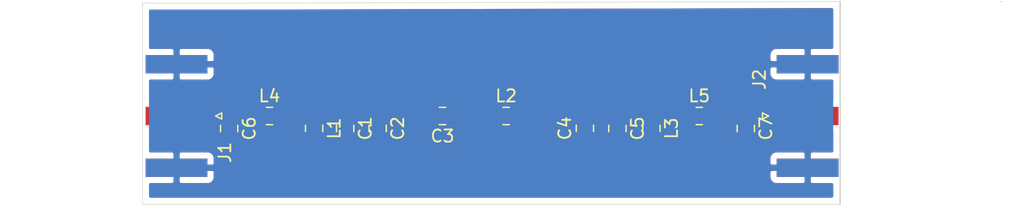
<source format=kicad_pcb>
(kicad_pcb (version 20171130) (host pcbnew "(6.0.0-rc1-dev-305-gf0b8b21)")

  (general
    (thickness 1.6)
    (drawings 7)
    (tracks 5)
    (zones 0)
    (modules 14)
    (nets 7)
  )

  (page A4)
  (layers
    (0 F.Cu signal)
    (31 B.Cu signal)
    (32 B.Adhes user)
    (33 F.Adhes user)
    (34 B.Paste user)
    (35 F.Paste user)
    (36 B.SilkS user)
    (37 F.SilkS user)
    (38 B.Mask user)
    (39 F.Mask user)
    (40 Dwgs.User user)
    (41 Cmts.User user)
    (42 Eco1.User user)
    (43 Eco2.User user)
    (44 Edge.Cuts user)
    (45 Margin user)
    (46 B.CrtYd user)
    (47 F.CrtYd user)
    (48 B.Fab user)
    (49 F.Fab user)
  )

  (setup
    (last_trace_width 0.25)
    (trace_clearance 0.2)
    (zone_clearance 0.508)
    (zone_45_only no)
    (trace_min 0.2)
    (via_size 0.8)
    (via_drill 0.4)
    (via_min_size 0.4)
    (via_min_drill 0.3)
    (uvia_size 0.3)
    (uvia_drill 0.1)
    (uvias_allowed no)
    (uvia_min_size 0.2)
    (uvia_min_drill 0.1)
    (edge_width 0.05)
    (segment_width 0.2)
    (pcb_text_width 0.3)
    (pcb_text_size 1.5 1.5)
    (mod_edge_width 0.12)
    (mod_text_size 1 1)
    (mod_text_width 0.15)
    (pad_size 1.524 1.524)
    (pad_drill 0.762)
    (pad_to_mask_clearance 0.2)
    (aux_axis_origin 0 0)
    (visible_elements FFFFFF7F)
    (pcbplotparams
      (layerselection 0x01000_7fffffff)
      (usegerberextensions false)
      (usegerberattributes false)
      (usegerberadvancedattributes false)
      (creategerberjobfile false)
      (excludeedgelayer true)
      (linewidth 0.100000)
      (plotframeref false)
      (viasonmask false)
      (mode 1)
      (useauxorigin false)
      (hpglpennumber 1)
      (hpglpenspeed 20)
      (hpglpendiameter 15.000000)
      (psnegative false)
      (psa4output false)
      (plotreference true)
      (plotvalue true)
      (plotinvisibletext false)
      (padsonsilk false)
      (subtractmaskfromsilk false)
      (outputformat 1)
      (mirror false)
      (drillshape 0)
      (scaleselection 1)
      (outputdirectory "../../../../../../../../../../../Volumes/USB30FD/Conner/29.4 MHz Bandpass Filter/"))
  )

  (net 0 "")
  (net 1 "Net-(C1-Pad1)")
  (net 2 GND)
  (net 3 "Net-(C3-Pad1)")
  (net 4 "Net-(C4-Pad2)")
  (net 5 "Net-(C6-Pad1)")
  (net 6 "Net-(C7-Pad1)")

  (net_class Default "This is the default net class."
    (clearance 0.2)
    (trace_width 0.25)
    (via_dia 0.8)
    (via_drill 0.4)
    (uvia_dia 0.3)
    (uvia_drill 0.1)
    (add_net GND)
    (add_net "Net-(C1-Pad1)")
    (add_net "Net-(C3-Pad1)")
    (add_net "Net-(C4-Pad2)")
    (add_net "Net-(C6-Pad1)")
    (add_net "Net-(C7-Pad1)")
  )

  (module Capacitor_SMD:C_0805_2012Metric_Pad1.15x1.40mm_HandSolder (layer F.Cu) (tedit 5B36C52B) (tstamp 5E213D1E)
    (at 118.237 57.277 270)
    (descr "Capacitor SMD 0805 (2012 Metric), square (rectangular) end terminal, IPC_7351 nominal with elongated pad for handsoldering. (Body size source: https://docs.google.com/spreadsheets/d/1BsfQQcO9C6DZCsRaXUlFlo91Tg2WpOkGARC1WS5S8t0/edit?usp=sharing), generated with kicad-footprint-generator")
    (tags "capacitor handsolder")
    (path /5E20E9D1)
    (attr smd)
    (fp_text reference C1 (at 0 -1.65 270) (layer F.SilkS)
      (effects (font (size 1 1) (thickness 0.15)))
    )
    (fp_text value 1.5nF (at 0 1.65 270) (layer F.Fab)
      (effects (font (size 1 1) (thickness 0.15)))
    )
    (fp_line (start -1 0.6) (end -1 -0.6) (layer F.Fab) (width 0.1))
    (fp_line (start -1 -0.6) (end 1 -0.6) (layer F.Fab) (width 0.1))
    (fp_line (start 1 -0.6) (end 1 0.6) (layer F.Fab) (width 0.1))
    (fp_line (start 1 0.6) (end -1 0.6) (layer F.Fab) (width 0.1))
    (fp_line (start -0.261252 -0.71) (end 0.261252 -0.71) (layer F.SilkS) (width 0.12))
    (fp_line (start -0.261252 0.71) (end 0.261252 0.71) (layer F.SilkS) (width 0.12))
    (fp_line (start -1.85 0.95) (end -1.85 -0.95) (layer F.CrtYd) (width 0.05))
    (fp_line (start -1.85 -0.95) (end 1.85 -0.95) (layer F.CrtYd) (width 0.05))
    (fp_line (start 1.85 -0.95) (end 1.85 0.95) (layer F.CrtYd) (width 0.05))
    (fp_line (start 1.85 0.95) (end -1.85 0.95) (layer F.CrtYd) (width 0.05))
    (fp_text user %R (at 0 0 270) (layer F.Fab)
      (effects (font (size 0.5 0.5) (thickness 0.08)))
    )
    (pad 1 smd roundrect (at -1.025 0 270) (size 1.15 1.4) (layers F.Cu F.Paste F.Mask) (roundrect_rratio 0.217391)
      (net 1 "Net-(C1-Pad1)"))
    (pad 2 smd roundrect (at 1.025 0 270) (size 1.15 1.4) (layers F.Cu F.Paste F.Mask) (roundrect_rratio 0.217391)
      (net 2 GND))
    (model ${KISYS3DMOD}/Capacitor_SMD.3dshapes/C_0805_2012Metric.wrl
      (at (xyz 0 0 0))
      (scale (xyz 1 1 1))
      (rotate (xyz 0 0 0))
    )
  )

  (module Capacitor_SMD:C_0805_2012Metric_Pad1.15x1.40mm_HandSolder (layer F.Cu) (tedit 5B36C52B) (tstamp 5E213D2F)
    (at 120.904 57.277 270)
    (descr "Capacitor SMD 0805 (2012 Metric), square (rectangular) end terminal, IPC_7351 nominal with elongated pad for handsoldering. (Body size source: https://docs.google.com/spreadsheets/d/1BsfQQcO9C6DZCsRaXUlFlo91Tg2WpOkGARC1WS5S8t0/edit?usp=sharing), generated with kicad-footprint-generator")
    (tags "capacitor handsolder")
    (path /5E20EA27)
    (attr smd)
    (fp_text reference C2 (at 0 -1.65 270) (layer F.SilkS)
      (effects (font (size 1 1) (thickness 0.15)))
    )
    (fp_text value 100pF (at 0 1.65 270) (layer F.Fab)
      (effects (font (size 1 1) (thickness 0.15)))
    )
    (fp_text user %R (at 0 0 270) (layer F.Fab)
      (effects (font (size 0.5 0.5) (thickness 0.08)))
    )
    (fp_line (start 1.85 0.95) (end -1.85 0.95) (layer F.CrtYd) (width 0.05))
    (fp_line (start 1.85 -0.95) (end 1.85 0.95) (layer F.CrtYd) (width 0.05))
    (fp_line (start -1.85 -0.95) (end 1.85 -0.95) (layer F.CrtYd) (width 0.05))
    (fp_line (start -1.85 0.95) (end -1.85 -0.95) (layer F.CrtYd) (width 0.05))
    (fp_line (start -0.261252 0.71) (end 0.261252 0.71) (layer F.SilkS) (width 0.12))
    (fp_line (start -0.261252 -0.71) (end 0.261252 -0.71) (layer F.SilkS) (width 0.12))
    (fp_line (start 1 0.6) (end -1 0.6) (layer F.Fab) (width 0.1))
    (fp_line (start 1 -0.6) (end 1 0.6) (layer F.Fab) (width 0.1))
    (fp_line (start -1 -0.6) (end 1 -0.6) (layer F.Fab) (width 0.1))
    (fp_line (start -1 0.6) (end -1 -0.6) (layer F.Fab) (width 0.1))
    (pad 2 smd roundrect (at 1.025 0 270) (size 1.15 1.4) (layers F.Cu F.Paste F.Mask) (roundrect_rratio 0.217391)
      (net 2 GND))
    (pad 1 smd roundrect (at -1.025 0 270) (size 1.15 1.4) (layers F.Cu F.Paste F.Mask) (roundrect_rratio 0.217391)
      (net 1 "Net-(C1-Pad1)"))
    (model ${KISYS3DMOD}/Capacitor_SMD.3dshapes/C_0805_2012Metric.wrl
      (at (xyz 0 0 0))
      (scale (xyz 1 1 1))
      (rotate (xyz 0 0 0))
    )
  )

  (module Capacitor_SMD:C_0805_2012Metric_Pad1.15x1.40mm_HandSolder (layer F.Cu) (tedit 5B36C52B) (tstamp 5E213D47)
    (at 137.922 57.268 90)
    (descr "Capacitor SMD 0805 (2012 Metric), square (rectangular) end terminal, IPC_7351 nominal with elongated pad for handsoldering. (Body size source: https://docs.google.com/spreadsheets/d/1BsfQQcO9C6DZCsRaXUlFlo91Tg2WpOkGARC1WS5S8t0/edit?usp=sharing), generated with kicad-footprint-generator")
    (tags "capacitor handsolder")
    (path /5E20EAA1)
    (attr smd)
    (fp_text reference C4 (at 0 -1.65 90) (layer F.SilkS)
      (effects (font (size 1 1) (thickness 0.15)))
    )
    (fp_text value 1.5nF (at 0 1.65 90) (layer F.Fab)
      (effects (font (size 1 1) (thickness 0.15)))
    )
    (fp_line (start -1 0.6) (end -1 -0.6) (layer F.Fab) (width 0.1))
    (fp_line (start -1 -0.6) (end 1 -0.6) (layer F.Fab) (width 0.1))
    (fp_line (start 1 -0.6) (end 1 0.6) (layer F.Fab) (width 0.1))
    (fp_line (start 1 0.6) (end -1 0.6) (layer F.Fab) (width 0.1))
    (fp_line (start -0.261252 -0.71) (end 0.261252 -0.71) (layer F.SilkS) (width 0.12))
    (fp_line (start -0.261252 0.71) (end 0.261252 0.71) (layer F.SilkS) (width 0.12))
    (fp_line (start -1.85 0.95) (end -1.85 -0.95) (layer F.CrtYd) (width 0.05))
    (fp_line (start -1.85 -0.95) (end 1.85 -0.95) (layer F.CrtYd) (width 0.05))
    (fp_line (start 1.85 -0.95) (end 1.85 0.95) (layer F.CrtYd) (width 0.05))
    (fp_line (start 1.85 0.95) (end -1.85 0.95) (layer F.CrtYd) (width 0.05))
    (fp_text user %R (at 0 0 90) (layer F.Fab)
      (effects (font (size 0.5 0.5) (thickness 0.08)))
    )
    (pad 1 smd roundrect (at -1.025 0 90) (size 1.15 1.4) (layers F.Cu F.Paste F.Mask) (roundrect_rratio 0.217391)
      (net 2 GND))
    (pad 2 smd roundrect (at 1.025 0 90) (size 1.15 1.4) (layers F.Cu F.Paste F.Mask) (roundrect_rratio 0.217391)
      (net 4 "Net-(C4-Pad2)"))
    (model ${KISYS3DMOD}/Capacitor_SMD.3dshapes/C_0805_2012Metric.wrl
      (at (xyz 0 0 0))
      (scale (xyz 1 1 1))
      (rotate (xyz 0 0 0))
    )
  )

  (module Capacitor_SMD:C_0805_2012Metric_Pad1.15x1.40mm_HandSolder (layer F.Cu) (tedit 5B36C52B) (tstamp 5E213D58)
    (at 140.589 57.286 270)
    (descr "Capacitor SMD 0805 (2012 Metric), square (rectangular) end terminal, IPC_7351 nominal with elongated pad for handsoldering. (Body size source: https://docs.google.com/spreadsheets/d/1BsfQQcO9C6DZCsRaXUlFlo91Tg2WpOkGARC1WS5S8t0/edit?usp=sharing), generated with kicad-footprint-generator")
    (tags "capacitor handsolder")
    (path /5E20EB03)
    (attr smd)
    (fp_text reference C5 (at 0 -1.65 270) (layer F.SilkS)
      (effects (font (size 1 1) (thickness 0.15)))
    )
    (fp_text value 100pF (at 0 1.65 270) (layer F.Fab)
      (effects (font (size 1 1) (thickness 0.15)))
    )
    (fp_text user %R (at 0 0 270) (layer F.Fab)
      (effects (font (size 0.5 0.5) (thickness 0.08)))
    )
    (fp_line (start 1.85 0.95) (end -1.85 0.95) (layer F.CrtYd) (width 0.05))
    (fp_line (start 1.85 -0.95) (end 1.85 0.95) (layer F.CrtYd) (width 0.05))
    (fp_line (start -1.85 -0.95) (end 1.85 -0.95) (layer F.CrtYd) (width 0.05))
    (fp_line (start -1.85 0.95) (end -1.85 -0.95) (layer F.CrtYd) (width 0.05))
    (fp_line (start -0.261252 0.71) (end 0.261252 0.71) (layer F.SilkS) (width 0.12))
    (fp_line (start -0.261252 -0.71) (end 0.261252 -0.71) (layer F.SilkS) (width 0.12))
    (fp_line (start 1 0.6) (end -1 0.6) (layer F.Fab) (width 0.1))
    (fp_line (start 1 -0.6) (end 1 0.6) (layer F.Fab) (width 0.1))
    (fp_line (start -1 -0.6) (end 1 -0.6) (layer F.Fab) (width 0.1))
    (fp_line (start -1 0.6) (end -1 -0.6) (layer F.Fab) (width 0.1))
    (pad 2 smd roundrect (at 1.025 0 270) (size 1.15 1.4) (layers F.Cu F.Paste F.Mask) (roundrect_rratio 0.217391)
      (net 2 GND))
    (pad 1 smd roundrect (at -1.025 0 270) (size 1.15 1.4) (layers F.Cu F.Paste F.Mask) (roundrect_rratio 0.217391)
      (net 4 "Net-(C4-Pad2)"))
    (model ${KISYS3DMOD}/Capacitor_SMD.3dshapes/C_0805_2012Metric.wrl
      (at (xyz 0 0 0))
      (scale (xyz 1 1 1))
      (rotate (xyz 0 0 0))
    )
  )

  (module Connector_Coaxial:SMA_Amphenol_132289_EdgeMount (layer F.Cu) (tedit 5A1C1810) (tstamp 5E213D7B)
    (at 104.394 56.261 180)
    (descr http://www.amphenolrf.com/132289.html)
    (tags SMA)
    (path /5E20EEEE)
    (attr smd)
    (fp_text reference J1 (at -3.96 -3 270) (layer F.SilkS)
      (effects (font (size 1 1) (thickness 0.15)))
    )
    (fp_text value Conn_Coaxial (at 5 6 180) (layer F.Fab)
      (effects (font (size 1 1) (thickness 0.15)))
    )
    (fp_line (start -1.91 5.08) (end 4.445 5.08) (layer F.Fab) (width 0.1))
    (fp_line (start -1.91 3.81) (end -1.91 5.08) (layer F.Fab) (width 0.1))
    (fp_line (start 2.54 3.81) (end -1.91 3.81) (layer F.Fab) (width 0.1))
    (fp_line (start 2.54 -3.81) (end 2.54 3.81) (layer F.Fab) (width 0.1))
    (fp_line (start -1.91 -3.81) (end 2.54 -3.81) (layer F.Fab) (width 0.1))
    (fp_line (start -1.91 -5.08) (end -1.91 -3.81) (layer F.Fab) (width 0.1))
    (fp_line (start -1.91 -5.08) (end 4.445 -5.08) (layer F.Fab) (width 0.1))
    (fp_line (start 4.445 -3.81) (end 4.445 -5.08) (layer F.Fab) (width 0.1))
    (fp_line (start 4.445 5.08) (end 4.445 3.81) (layer F.Fab) (width 0.1))
    (fp_line (start 13.97 3.81) (end 4.445 3.81) (layer F.Fab) (width 0.1))
    (fp_line (start 13.97 -3.81) (end 13.97 3.81) (layer F.Fab) (width 0.1))
    (fp_line (start 4.445 -3.81) (end 13.97 -3.81) (layer F.Fab) (width 0.1))
    (fp_line (start -3.04 5.58) (end -3.04 -5.58) (layer B.CrtYd) (width 0.05))
    (fp_line (start 14.47 5.58) (end -3.04 5.58) (layer B.CrtYd) (width 0.05))
    (fp_line (start 14.47 -5.58) (end 14.47 5.58) (layer B.CrtYd) (width 0.05))
    (fp_line (start 14.47 -5.58) (end -3.04 -5.58) (layer B.CrtYd) (width 0.05))
    (fp_line (start -3.04 5.58) (end -3.04 -5.58) (layer F.CrtYd) (width 0.05))
    (fp_line (start 14.47 5.58) (end -3.04 5.58) (layer F.CrtYd) (width 0.05))
    (fp_line (start 14.47 -5.58) (end 14.47 5.58) (layer F.CrtYd) (width 0.05))
    (fp_line (start 14.47 -5.58) (end -3.04 -5.58) (layer F.CrtYd) (width 0.05))
    (fp_text user %R (at 4.79 0 90) (layer F.Fab)
      (effects (font (size 1 1) (thickness 0.15)))
    )
    (fp_line (start 2.54 -0.75) (end 3.54 0) (layer F.Fab) (width 0.1))
    (fp_line (start 3.54 0) (end 2.54 0.75) (layer F.Fab) (width 0.1))
    (fp_line (start -3.21 0) (end -3.71 -0.25) (layer F.SilkS) (width 0.12))
    (fp_line (start -3.71 -0.25) (end -3.71 0.25) (layer F.SilkS) (width 0.12))
    (fp_line (start -3.71 0.25) (end -3.21 0) (layer F.SilkS) (width 0.12))
    (pad 1 smd rect (at 0 0 270) (size 1.5 5.08) (layers F.Cu F.Paste F.Mask)
      (net 5 "Net-(C6-Pad1)"))
    (pad 2 smd rect (at 0 -4.25 270) (size 1.5 5.08) (layers F.Cu F.Paste F.Mask)
      (net 2 GND))
    (pad 2 smd rect (at 0 4.25 270) (size 1.5 5.08) (layers F.Cu F.Paste F.Mask)
      (net 2 GND))
    (pad 2 smd rect (at 0 -4.25 270) (size 1.5 5.08) (layers B.Cu B.Paste B.Mask)
      (net 2 GND))
    (pad 2 smd rect (at 0 4.25 270) (size 1.5 5.08) (layers B.Cu B.Paste B.Mask)
      (net 2 GND))
    (model ${KISYS3DMOD}/Connector_Coaxial.3dshapes/SMA_Amphenol_132289_EdgeMount.wrl
      (at (xyz 0 0 0))
      (scale (xyz 1 1 1))
      (rotate (xyz 0 0 0))
    )
  )

  (module Connector_Coaxial:SMA_Amphenol_132289_EdgeMount (layer F.Cu) (tedit 5A1C1810) (tstamp 5E213D9E)
    (at 156.21 56.261)
    (descr http://www.amphenolrf.com/132289.html)
    (tags SMA)
    (path /5E20EE18)
    (attr smd)
    (fp_text reference J2 (at -3.96 -3 90) (layer F.SilkS)
      (effects (font (size 1 1) (thickness 0.15)))
    )
    (fp_text value Conn_Coaxial (at 5 6) (layer F.Fab)
      (effects (font (size 1 1) (thickness 0.15)))
    )
    (fp_line (start -3.71 0.25) (end -3.21 0) (layer F.SilkS) (width 0.12))
    (fp_line (start -3.71 -0.25) (end -3.71 0.25) (layer F.SilkS) (width 0.12))
    (fp_line (start -3.21 0) (end -3.71 -0.25) (layer F.SilkS) (width 0.12))
    (fp_line (start 3.54 0) (end 2.54 0.75) (layer F.Fab) (width 0.1))
    (fp_line (start 2.54 -0.75) (end 3.54 0) (layer F.Fab) (width 0.1))
    (fp_text user %R (at 4.79 0 270) (layer F.Fab)
      (effects (font (size 1 1) (thickness 0.15)))
    )
    (fp_line (start 14.47 -5.58) (end -3.04 -5.58) (layer F.CrtYd) (width 0.05))
    (fp_line (start 14.47 -5.58) (end 14.47 5.58) (layer F.CrtYd) (width 0.05))
    (fp_line (start 14.47 5.58) (end -3.04 5.58) (layer F.CrtYd) (width 0.05))
    (fp_line (start -3.04 5.58) (end -3.04 -5.58) (layer F.CrtYd) (width 0.05))
    (fp_line (start 14.47 -5.58) (end -3.04 -5.58) (layer B.CrtYd) (width 0.05))
    (fp_line (start 14.47 -5.58) (end 14.47 5.58) (layer B.CrtYd) (width 0.05))
    (fp_line (start 14.47 5.58) (end -3.04 5.58) (layer B.CrtYd) (width 0.05))
    (fp_line (start -3.04 5.58) (end -3.04 -5.58) (layer B.CrtYd) (width 0.05))
    (fp_line (start 4.445 -3.81) (end 13.97 -3.81) (layer F.Fab) (width 0.1))
    (fp_line (start 13.97 -3.81) (end 13.97 3.81) (layer F.Fab) (width 0.1))
    (fp_line (start 13.97 3.81) (end 4.445 3.81) (layer F.Fab) (width 0.1))
    (fp_line (start 4.445 5.08) (end 4.445 3.81) (layer F.Fab) (width 0.1))
    (fp_line (start 4.445 -3.81) (end 4.445 -5.08) (layer F.Fab) (width 0.1))
    (fp_line (start -1.91 -5.08) (end 4.445 -5.08) (layer F.Fab) (width 0.1))
    (fp_line (start -1.91 -5.08) (end -1.91 -3.81) (layer F.Fab) (width 0.1))
    (fp_line (start -1.91 -3.81) (end 2.54 -3.81) (layer F.Fab) (width 0.1))
    (fp_line (start 2.54 -3.81) (end 2.54 3.81) (layer F.Fab) (width 0.1))
    (fp_line (start 2.54 3.81) (end -1.91 3.81) (layer F.Fab) (width 0.1))
    (fp_line (start -1.91 3.81) (end -1.91 5.08) (layer F.Fab) (width 0.1))
    (fp_line (start -1.91 5.08) (end 4.445 5.08) (layer F.Fab) (width 0.1))
    (pad 2 smd rect (at 0 4.25 90) (size 1.5 5.08) (layers B.Cu B.Paste B.Mask)
      (net 2 GND))
    (pad 2 smd rect (at 0 -4.25 90) (size 1.5 5.08) (layers B.Cu B.Paste B.Mask)
      (net 2 GND))
    (pad 2 smd rect (at 0 4.25 90) (size 1.5 5.08) (layers F.Cu F.Paste F.Mask)
      (net 2 GND))
    (pad 2 smd rect (at 0 -4.25 90) (size 1.5 5.08) (layers F.Cu F.Paste F.Mask)
      (net 2 GND))
    (pad 1 smd rect (at 0 0 90) (size 1.5 5.08) (layers F.Cu F.Paste F.Mask)
      (net 6 "Net-(C7-Pad1)"))
    (model ${KISYS3DMOD}/Connector_Coaxial.3dshapes/SMA_Amphenol_132289_EdgeMount.wrl
      (at (xyz 0 0 0))
      (scale (xyz 1 1 1))
      (rotate (xyz 0 0 0))
    )
  )

  (module Inductor_SMD:L_0805_2012Metric_Pad1.15x1.40mm_HandSolder (layer F.Cu) (tedit 5B36C52B) (tstamp 5E213DAF)
    (at 115.688 57.277 270)
    (descr "Capacitor SMD 0805 (2012 Metric), square (rectangular) end terminal, IPC_7351 nominal with elongated pad for handsoldering. (Body size source: https://docs.google.com/spreadsheets/d/1BsfQQcO9C6DZCsRaXUlFlo91Tg2WpOkGARC1WS5S8t0/edit?usp=sharing), generated with kicad-footprint-generator")
    (tags "inductor handsolder")
    (path /5E20ECDB)
    (attr smd)
    (fp_text reference L1 (at 0 -1.65 270) (layer F.SilkS)
      (effects (font (size 1 1) (thickness 0.15)))
    )
    (fp_text value 18nH (at 0 1.65 270) (layer F.Fab)
      (effects (font (size 1 1) (thickness 0.15)))
    )
    (fp_text user %R (at 0 0 270) (layer F.Fab)
      (effects (font (size 0.5 0.5) (thickness 0.08)))
    )
    (fp_line (start 1.85 0.95) (end -1.85 0.95) (layer F.CrtYd) (width 0.05))
    (fp_line (start 1.85 -0.95) (end 1.85 0.95) (layer F.CrtYd) (width 0.05))
    (fp_line (start -1.85 -0.95) (end 1.85 -0.95) (layer F.CrtYd) (width 0.05))
    (fp_line (start -1.85 0.95) (end -1.85 -0.95) (layer F.CrtYd) (width 0.05))
    (fp_line (start -0.261252 0.71) (end 0.261252 0.71) (layer F.SilkS) (width 0.12))
    (fp_line (start -0.261252 -0.71) (end 0.261252 -0.71) (layer F.SilkS) (width 0.12))
    (fp_line (start 1 0.6) (end -1 0.6) (layer F.Fab) (width 0.1))
    (fp_line (start 1 -0.6) (end 1 0.6) (layer F.Fab) (width 0.1))
    (fp_line (start -1 -0.6) (end 1 -0.6) (layer F.Fab) (width 0.1))
    (fp_line (start -1 0.6) (end -1 -0.6) (layer F.Fab) (width 0.1))
    (pad 2 smd roundrect (at 1.025 0 270) (size 1.15 1.4) (layers F.Cu F.Paste F.Mask) (roundrect_rratio 0.217391)
      (net 2 GND))
    (pad 1 smd roundrect (at -1.025 0 270) (size 1.15 1.4) (layers F.Cu F.Paste F.Mask) (roundrect_rratio 0.217391)
      (net 1 "Net-(C1-Pad1)"))
    (model ${KISYS3DMOD}/Inductor_SMD.3dshapes/L_0805_2012Metric.wrl
      (at (xyz 0 0 0))
      (scale (xyz 1 1 1))
      (rotate (xyz 0 0 0))
    )
  )

  (module Inductor_SMD:L_0805_2012Metric_Pad1.15x1.40mm_HandSolder (layer F.Cu) (tedit 5B36C52B) (tstamp 5E213DC0)
    (at 131.454 56.261)
    (descr "Capacitor SMD 0805 (2012 Metric), square (rectangular) end terminal, IPC_7351 nominal with elongated pad for handsoldering. (Body size source: https://docs.google.com/spreadsheets/d/1BsfQQcO9C6DZCsRaXUlFlo91Tg2WpOkGARC1WS5S8t0/edit?usp=sharing), generated with kicad-footprint-generator")
    (tags "inductor handsolder")
    (path /5E20EBD9)
    (attr smd)
    (fp_text reference L2 (at 0 -1.65) (layer F.SilkS)
      (effects (font (size 1 1) (thickness 0.15)))
    )
    (fp_text value 4.7uH (at 0 1.65) (layer F.Fab)
      (effects (font (size 1 1) (thickness 0.15)))
    )
    (fp_line (start -1 0.6) (end -1 -0.6) (layer F.Fab) (width 0.1))
    (fp_line (start -1 -0.6) (end 1 -0.6) (layer F.Fab) (width 0.1))
    (fp_line (start 1 -0.6) (end 1 0.6) (layer F.Fab) (width 0.1))
    (fp_line (start 1 0.6) (end -1 0.6) (layer F.Fab) (width 0.1))
    (fp_line (start -0.261252 -0.71) (end 0.261252 -0.71) (layer F.SilkS) (width 0.12))
    (fp_line (start -0.261252 0.71) (end 0.261252 0.71) (layer F.SilkS) (width 0.12))
    (fp_line (start -1.85 0.95) (end -1.85 -0.95) (layer F.CrtYd) (width 0.05))
    (fp_line (start -1.85 -0.95) (end 1.85 -0.95) (layer F.CrtYd) (width 0.05))
    (fp_line (start 1.85 -0.95) (end 1.85 0.95) (layer F.CrtYd) (width 0.05))
    (fp_line (start 1.85 0.95) (end -1.85 0.95) (layer F.CrtYd) (width 0.05))
    (fp_text user %R (at 0 0) (layer F.Fab)
      (effects (font (size 0.5 0.5) (thickness 0.08)))
    )
    (pad 1 smd roundrect (at -1.025 0) (size 1.15 1.4) (layers F.Cu F.Paste F.Mask) (roundrect_rratio 0.217391)
      (net 3 "Net-(C3-Pad1)"))
    (pad 2 smd roundrect (at 1.025 0) (size 1.15 1.4) (layers F.Cu F.Paste F.Mask) (roundrect_rratio 0.217391)
      (net 4 "Net-(C4-Pad2)"))
    (model ${KISYS3DMOD}/Inductor_SMD.3dshapes/L_0805_2012Metric.wrl
      (at (xyz 0 0 0))
      (scale (xyz 1 1 1))
      (rotate (xyz 0 0 0))
    )
  )

  (module Inductor_SMD:L_0805_2012Metric_Pad1.15x1.40mm_HandSolder (layer F.Cu) (tedit 5B36C52B) (tstamp 5E213DD1)
    (at 143.383 57.277 270)
    (descr "Capacitor SMD 0805 (2012 Metric), square (rectangular) end terminal, IPC_7351 nominal with elongated pad for handsoldering. (Body size source: https://docs.google.com/spreadsheets/d/1BsfQQcO9C6DZCsRaXUlFlo91Tg2WpOkGARC1WS5S8t0/edit?usp=sharing), generated with kicad-footprint-generator")
    (tags "inductor handsolder")
    (path /5E20ED24)
    (attr smd)
    (fp_text reference L3 (at 0 -1.65 270) (layer F.SilkS)
      (effects (font (size 1 1) (thickness 0.15)))
    )
    (fp_text value 18nH (at 0 1.65 270) (layer F.Fab)
      (effects (font (size 1 1) (thickness 0.15)))
    )
    (fp_line (start -1 0.6) (end -1 -0.6) (layer F.Fab) (width 0.1))
    (fp_line (start -1 -0.6) (end 1 -0.6) (layer F.Fab) (width 0.1))
    (fp_line (start 1 -0.6) (end 1 0.6) (layer F.Fab) (width 0.1))
    (fp_line (start 1 0.6) (end -1 0.6) (layer F.Fab) (width 0.1))
    (fp_line (start -0.261252 -0.71) (end 0.261252 -0.71) (layer F.SilkS) (width 0.12))
    (fp_line (start -0.261252 0.71) (end 0.261252 0.71) (layer F.SilkS) (width 0.12))
    (fp_line (start -1.85 0.95) (end -1.85 -0.95) (layer F.CrtYd) (width 0.05))
    (fp_line (start -1.85 -0.95) (end 1.85 -0.95) (layer F.CrtYd) (width 0.05))
    (fp_line (start 1.85 -0.95) (end 1.85 0.95) (layer F.CrtYd) (width 0.05))
    (fp_line (start 1.85 0.95) (end -1.85 0.95) (layer F.CrtYd) (width 0.05))
    (fp_text user %R (at 0 0 270) (layer F.Fab)
      (effects (font (size 0.5 0.5) (thickness 0.08)))
    )
    (pad 1 smd roundrect (at -1.025 0 270) (size 1.15 1.4) (layers F.Cu F.Paste F.Mask) (roundrect_rratio 0.217391)
      (net 4 "Net-(C4-Pad2)"))
    (pad 2 smd roundrect (at 1.025 0 270) (size 1.15 1.4) (layers F.Cu F.Paste F.Mask) (roundrect_rratio 0.217391)
      (net 2 GND))
    (model ${KISYS3DMOD}/Inductor_SMD.3dshapes/L_0805_2012Metric.wrl
      (at (xyz 0 0 0))
      (scale (xyz 1 1 1))
      (rotate (xyz 0 0 0))
    )
  )

  (module Capacitor_SMD:C_0805_2012Metric_Pad1.15x1.40mm_HandSolder (layer F.Cu) (tedit 5B36C52B) (tstamp 5E256502)
    (at 108.712 57.286 270)
    (descr "Capacitor SMD 0805 (2012 Metric), square (rectangular) end terminal, IPC_7351 nominal with elongated pad for handsoldering. (Body size source: https://docs.google.com/spreadsheets/d/1BsfQQcO9C6DZCsRaXUlFlo91Tg2WpOkGARC1WS5S8t0/edit?usp=sharing), generated with kicad-footprint-generator")
    (tags "capacitor handsolder")
    (path /5E2524AD)
    (attr smd)
    (fp_text reference C6 (at 0 -1.65 270) (layer F.SilkS)
      (effects (font (size 1 1) (thickness 0.15)))
    )
    (fp_text value 150pF (at 0 1.65 270) (layer F.Fab)
      (effects (font (size 1 1) (thickness 0.15)))
    )
    (fp_line (start -1 0.6) (end -1 -0.6) (layer F.Fab) (width 0.1))
    (fp_line (start -1 -0.6) (end 1 -0.6) (layer F.Fab) (width 0.1))
    (fp_line (start 1 -0.6) (end 1 0.6) (layer F.Fab) (width 0.1))
    (fp_line (start 1 0.6) (end -1 0.6) (layer F.Fab) (width 0.1))
    (fp_line (start -0.261252 -0.71) (end 0.261252 -0.71) (layer F.SilkS) (width 0.12))
    (fp_line (start -0.261252 0.71) (end 0.261252 0.71) (layer F.SilkS) (width 0.12))
    (fp_line (start -1.85 0.95) (end -1.85 -0.95) (layer F.CrtYd) (width 0.05))
    (fp_line (start -1.85 -0.95) (end 1.85 -0.95) (layer F.CrtYd) (width 0.05))
    (fp_line (start 1.85 -0.95) (end 1.85 0.95) (layer F.CrtYd) (width 0.05))
    (fp_line (start 1.85 0.95) (end -1.85 0.95) (layer F.CrtYd) (width 0.05))
    (fp_text user %R (at 0 0 270) (layer F.Fab)
      (effects (font (size 0.5 0.5) (thickness 0.08)))
    )
    (pad 1 smd roundrect (at -1.025 0 270) (size 1.15 1.4) (layers F.Cu F.Paste F.Mask) (roundrect_rratio 0.217391)
      (net 5 "Net-(C6-Pad1)"))
    (pad 2 smd roundrect (at 1.025 0 270) (size 1.15 1.4) (layers F.Cu F.Paste F.Mask) (roundrect_rratio 0.217391)
      (net 2 GND))
    (model ${KISYS3DMOD}/Capacitor_SMD.3dshapes/C_0805_2012Metric.wrl
      (at (xyz 0 0 0))
      (scale (xyz 1 1 1))
      (rotate (xyz 0 0 0))
    )
  )

  (module Capacitor_SMD:C_0805_2012Metric_Pad1.15x1.40mm_HandSolder (layer F.Cu) (tedit 5B36C52B) (tstamp 5E256513)
    (at 151.13 57.286 270)
    (descr "Capacitor SMD 0805 (2012 Metric), square (rectangular) end terminal, IPC_7351 nominal with elongated pad for handsoldering. (Body size source: https://docs.google.com/spreadsheets/d/1BsfQQcO9C6DZCsRaXUlFlo91Tg2WpOkGARC1WS5S8t0/edit?usp=sharing), generated with kicad-footprint-generator")
    (tags "capacitor handsolder")
    (path /5E252F38)
    (attr smd)
    (fp_text reference C7 (at 0 -1.65 270) (layer F.SilkS)
      (effects (font (size 1 1) (thickness 0.15)))
    )
    (fp_text value 150pF (at 0 1.65 270) (layer F.Fab)
      (effects (font (size 1 1) (thickness 0.15)))
    )
    (fp_text user %R (at 0 0 270) (layer F.Fab)
      (effects (font (size 0.5 0.5) (thickness 0.08)))
    )
    (fp_line (start 1.85 0.95) (end -1.85 0.95) (layer F.CrtYd) (width 0.05))
    (fp_line (start 1.85 -0.95) (end 1.85 0.95) (layer F.CrtYd) (width 0.05))
    (fp_line (start -1.85 -0.95) (end 1.85 -0.95) (layer F.CrtYd) (width 0.05))
    (fp_line (start -1.85 0.95) (end -1.85 -0.95) (layer F.CrtYd) (width 0.05))
    (fp_line (start -0.261252 0.71) (end 0.261252 0.71) (layer F.SilkS) (width 0.12))
    (fp_line (start -0.261252 -0.71) (end 0.261252 -0.71) (layer F.SilkS) (width 0.12))
    (fp_line (start 1 0.6) (end -1 0.6) (layer F.Fab) (width 0.1))
    (fp_line (start 1 -0.6) (end 1 0.6) (layer F.Fab) (width 0.1))
    (fp_line (start -1 -0.6) (end 1 -0.6) (layer F.Fab) (width 0.1))
    (fp_line (start -1 0.6) (end -1 -0.6) (layer F.Fab) (width 0.1))
    (pad 2 smd roundrect (at 1.025 0 270) (size 1.15 1.4) (layers F.Cu F.Paste F.Mask) (roundrect_rratio 0.217391)
      (net 2 GND))
    (pad 1 smd roundrect (at -1.025 0 270) (size 1.15 1.4) (layers F.Cu F.Paste F.Mask) (roundrect_rratio 0.217391)
      (net 6 "Net-(C7-Pad1)"))
    (model ${KISYS3DMOD}/Capacitor_SMD.3dshapes/C_0805_2012Metric.wrl
      (at (xyz 0 0 0))
      (scale (xyz 1 1 1))
      (rotate (xyz 0 0 0))
    )
  )

  (module Inductor_SMD:L_0805_2012Metric_Pad1.15x1.40mm_HandSolder (layer F.Cu) (tedit 5B36C52B) (tstamp 5E256524)
    (at 112.023 56.261)
    (descr "Capacitor SMD 0805 (2012 Metric), square (rectangular) end terminal, IPC_7351 nominal with elongated pad for handsoldering. (Body size source: https://docs.google.com/spreadsheets/d/1BsfQQcO9C6DZCsRaXUlFlo91Tg2WpOkGARC1WS5S8t0/edit?usp=sharing), generated with kicad-footprint-generator")
    (tags "inductor handsolder")
    (path /5E25252C)
    (attr smd)
    (fp_text reference L4 (at 0 -1.65) (layer F.SilkS)
      (effects (font (size 1 1) (thickness 0.15)))
    )
    (fp_text value 82nF (at 0 1.65) (layer F.Fab)
      (effects (font (size 1 1) (thickness 0.15)))
    )
    (fp_line (start -1 0.6) (end -1 -0.6) (layer F.Fab) (width 0.1))
    (fp_line (start -1 -0.6) (end 1 -0.6) (layer F.Fab) (width 0.1))
    (fp_line (start 1 -0.6) (end 1 0.6) (layer F.Fab) (width 0.1))
    (fp_line (start 1 0.6) (end -1 0.6) (layer F.Fab) (width 0.1))
    (fp_line (start -0.261252 -0.71) (end 0.261252 -0.71) (layer F.SilkS) (width 0.12))
    (fp_line (start -0.261252 0.71) (end 0.261252 0.71) (layer F.SilkS) (width 0.12))
    (fp_line (start -1.85 0.95) (end -1.85 -0.95) (layer F.CrtYd) (width 0.05))
    (fp_line (start -1.85 -0.95) (end 1.85 -0.95) (layer F.CrtYd) (width 0.05))
    (fp_line (start 1.85 -0.95) (end 1.85 0.95) (layer F.CrtYd) (width 0.05))
    (fp_line (start 1.85 0.95) (end -1.85 0.95) (layer F.CrtYd) (width 0.05))
    (fp_text user %R (at 0 0) (layer F.Fab)
      (effects (font (size 0.5 0.5) (thickness 0.08)))
    )
    (pad 1 smd roundrect (at -1.025 0) (size 1.15 1.4) (layers F.Cu F.Paste F.Mask) (roundrect_rratio 0.217391)
      (net 5 "Net-(C6-Pad1)"))
    (pad 2 smd roundrect (at 1.025 0) (size 1.15 1.4) (layers F.Cu F.Paste F.Mask) (roundrect_rratio 0.217391)
      (net 1 "Net-(C1-Pad1)"))
    (model ${KISYS3DMOD}/Inductor_SMD.3dshapes/L_0805_2012Metric.wrl
      (at (xyz 0 0 0))
      (scale (xyz 1 1 1))
      (rotate (xyz 0 0 0))
    )
  )

  (module Inductor_SMD:L_0805_2012Metric_Pad1.15x1.40mm_HandSolder (layer F.Cu) (tedit 5B36C52B) (tstamp 5E256535)
    (at 147.311 56.261)
    (descr "Capacitor SMD 0805 (2012 Metric), square (rectangular) end terminal, IPC_7351 nominal with elongated pad for handsoldering. (Body size source: https://docs.google.com/spreadsheets/d/1BsfQQcO9C6DZCsRaXUlFlo91Tg2WpOkGARC1WS5S8t0/edit?usp=sharing), generated with kicad-footprint-generator")
    (tags "inductor handsolder")
    (path /5E2532BB)
    (attr smd)
    (fp_text reference L5 (at 0 -1.65) (layer F.SilkS)
      (effects (font (size 1 1) (thickness 0.15)))
    )
    (fp_text value 82nF (at 0 1.65) (layer F.Fab)
      (effects (font (size 1 1) (thickness 0.15)))
    )
    (fp_text user %R (at 0 0) (layer F.Fab)
      (effects (font (size 0.5 0.5) (thickness 0.08)))
    )
    (fp_line (start 1.85 0.95) (end -1.85 0.95) (layer F.CrtYd) (width 0.05))
    (fp_line (start 1.85 -0.95) (end 1.85 0.95) (layer F.CrtYd) (width 0.05))
    (fp_line (start -1.85 -0.95) (end 1.85 -0.95) (layer F.CrtYd) (width 0.05))
    (fp_line (start -1.85 0.95) (end -1.85 -0.95) (layer F.CrtYd) (width 0.05))
    (fp_line (start -0.261252 0.71) (end 0.261252 0.71) (layer F.SilkS) (width 0.12))
    (fp_line (start -0.261252 -0.71) (end 0.261252 -0.71) (layer F.SilkS) (width 0.12))
    (fp_line (start 1 0.6) (end -1 0.6) (layer F.Fab) (width 0.1))
    (fp_line (start 1 -0.6) (end 1 0.6) (layer F.Fab) (width 0.1))
    (fp_line (start -1 -0.6) (end 1 -0.6) (layer F.Fab) (width 0.1))
    (fp_line (start -1 0.6) (end -1 -0.6) (layer F.Fab) (width 0.1))
    (pad 2 smd roundrect (at 1.025 0) (size 1.15 1.4) (layers F.Cu F.Paste F.Mask) (roundrect_rratio 0.217391)
      (net 6 "Net-(C7-Pad1)"))
    (pad 1 smd roundrect (at -1.025 0) (size 1.15 1.4) (layers F.Cu F.Paste F.Mask) (roundrect_rratio 0.217391)
      (net 4 "Net-(C4-Pad2)"))
    (model ${KISYS3DMOD}/Inductor_SMD.3dshapes/L_0805_2012Metric.wrl
      (at (xyz 0 0 0))
      (scale (xyz 1 1 1))
      (rotate (xyz 0 0 0))
    )
  )

  (module Capacitor_SMD:C_0805_2012Metric_Pad1.15x1.40mm_HandSolder (layer F.Cu) (tedit 5B36C52B) (tstamp 5E261319)
    (at 126.229 56.261 180)
    (descr "Capacitor SMD 0805 (2012 Metric), square (rectangular) end terminal, IPC_7351 nominal with elongated pad for handsoldering. (Body size source: https://docs.google.com/spreadsheets/d/1BsfQQcO9C6DZCsRaXUlFlo91Tg2WpOkGARC1WS5S8t0/edit?usp=sharing), generated with kicad-footprint-generator")
    (tags "capacitor handsolder")
    (path /5E20EC5D)
    (attr smd)
    (fp_text reference C3 (at 0 -1.65 180) (layer F.SilkS)
      (effects (font (size 1 1) (thickness 0.15)))
    )
    (fp_text value C_Variable (at 0 1.65 180) (layer F.Fab)
      (effects (font (size 1 1) (thickness 0.15)))
    )
    (fp_line (start -1 0.6) (end -1 -0.6) (layer F.Fab) (width 0.1))
    (fp_line (start -1 -0.6) (end 1 -0.6) (layer F.Fab) (width 0.1))
    (fp_line (start 1 -0.6) (end 1 0.6) (layer F.Fab) (width 0.1))
    (fp_line (start 1 0.6) (end -1 0.6) (layer F.Fab) (width 0.1))
    (fp_line (start -0.261252 -0.71) (end 0.261252 -0.71) (layer F.SilkS) (width 0.12))
    (fp_line (start -0.261252 0.71) (end 0.261252 0.71) (layer F.SilkS) (width 0.12))
    (fp_line (start -1.85 0.95) (end -1.85 -0.95) (layer F.CrtYd) (width 0.05))
    (fp_line (start -1.85 -0.95) (end 1.85 -0.95) (layer F.CrtYd) (width 0.05))
    (fp_line (start 1.85 -0.95) (end 1.85 0.95) (layer F.CrtYd) (width 0.05))
    (fp_line (start 1.85 0.95) (end -1.85 0.95) (layer F.CrtYd) (width 0.05))
    (fp_text user %R (at 0 0 180) (layer F.Fab)
      (effects (font (size 0.5 0.5) (thickness 0.08)))
    )
    (pad 1 smd roundrect (at -1.025 0 180) (size 1.15 1.4) (layers F.Cu F.Paste F.Mask) (roundrect_rratio 0.217391)
      (net 3 "Net-(C3-Pad1)"))
    (pad 2 smd roundrect (at 1.025 0 180) (size 1.15 1.4) (layers F.Cu F.Paste F.Mask) (roundrect_rratio 0.217391)
      (net 1 "Net-(C1-Pad1)"))
    (model ${KISYS3DMOD}/Capacitor_SMD.3dshapes/C_0805_2012Metric.wrl
      (at (xyz 0 0 0))
      (scale (xyz 1 1 1))
      (rotate (xyz 0 0 0))
    )
  )

  (gr_line (start 158.877 46.863) (end 158.877 63.5) (layer Edge.Cuts) (width 0.12))
  (gr_line (start 101.6 63.5) (end 110.236 63.5) (layer Edge.Cuts) (width 0.05))
  (gr_line (start 101.6 46.99) (end 101.6 63.5) (layer Edge.Cuts) (width 0.05))
  (gr_line (start 110.109 46.99) (end 101.6 46.99) (layer Edge.Cuts) (width 0.05))
  (gr_line (start 171.958 46.863) (end 172.212 46.863) (layer Edge.Cuts) (width 0.05))
  (gr_line (start 158.877 46.863) (end 110.109 46.99) (layer Edge.Cuts) (width 0.05))
  (gr_line (start 110.236 63.5) (end 158.877 63.5) (layer Edge.Cuts) (width 0.05))

  (segment (start 113.048 56.261) (end 125.204 56.261) (width 0.25) (layer F.Cu) (net 1))
  (segment (start 127.254 56.261) (end 130.429 56.261) (width 0.25) (layer F.Cu) (net 3))
  (segment (start 132.479 56.261) (end 146.286 56.261) (width 0.25) (layer F.Cu) (net 4))
  (segment (start 104.394 56.261) (end 110.998 56.261) (width 0.254) (layer F.Cu) (net 5))
  (segment (start 148.336 56.261) (end 156.21 56.261) (width 0.25) (layer F.Cu) (net 6))

  (zone (net 2) (net_name GND) (layer F.Cu) (tstamp 5E256CD6) (hatch edge 0.508)
    (connect_pads (clearance 0.508))
    (min_thickness 0.254)
    (fill yes (arc_segments 16) (thermal_gap 0.508) (thermal_bridge_width 0.508))
    (polygon
      (pts
        (xy 101.346 46.99) (xy 101.473 63.5) (xy 173.99 63.5) (xy 173.863 46.736)
      )
    )
    (filled_polygon
      (pts
        (xy 114.603414 57.211586) (xy 114.604597 57.212377) (xy 114.449673 57.367302) (xy 114.353 57.600691) (xy 114.353 58.01625)
        (xy 114.51175 58.175) (xy 115.561 58.175) (xy 115.561 58.155) (xy 115.815 58.155) (xy 115.815 58.175)
        (xy 116.86425 58.175) (xy 116.9625 58.07675) (xy 117.06075 58.175) (xy 118.11 58.175) (xy 118.11 58.155)
        (xy 118.364 58.155) (xy 118.364 58.175) (xy 119.41325 58.175) (xy 119.5705 58.01775) (xy 119.72775 58.175)
        (xy 120.777 58.175) (xy 120.777 58.155) (xy 121.031 58.155) (xy 121.031 58.175) (xy 122.08025 58.175)
        (xy 122.239 58.01625) (xy 122.239 57.600691) (xy 122.142327 57.367302) (xy 121.987403 57.212377) (xy 121.988586 57.211586)
        (xy 122.115932 57.021) (xy 124.043222 57.021) (xy 124.049873 57.054436) (xy 124.244414 57.345586) (xy 124.535564 57.540127)
        (xy 124.878999 57.60844) (xy 125.529001 57.60844) (xy 125.872436 57.540127) (xy 126.163586 57.345586) (xy 126.229 57.247687)
        (xy 126.294414 57.345586) (xy 126.585564 57.540127) (xy 126.928999 57.60844) (xy 127.579001 57.60844) (xy 127.922436 57.540127)
        (xy 128.213586 57.345586) (xy 128.408127 57.054436) (xy 128.414778 57.021) (xy 129.268222 57.021) (xy 129.274873 57.054436)
        (xy 129.469414 57.345586) (xy 129.760564 57.540127) (xy 130.103999 57.60844) (xy 130.754001 57.60844) (xy 131.097436 57.540127)
        (xy 131.388586 57.345586) (xy 131.454 57.247687) (xy 131.519414 57.345586) (xy 131.810564 57.540127) (xy 132.153999 57.60844)
        (xy 132.804001 57.60844) (xy 133.147436 57.540127) (xy 133.438586 57.345586) (xy 133.633127 57.054436) (xy 133.639778 57.021)
        (xy 136.716082 57.021) (xy 136.837414 57.202586) (xy 136.838597 57.203377) (xy 136.683673 57.358302) (xy 136.587 57.591691)
        (xy 136.587 58.00725) (xy 136.74575 58.166) (xy 137.795 58.166) (xy 137.795 58.146) (xy 138.049 58.146)
        (xy 138.049 58.166) (xy 139.09825 58.166) (xy 139.254 58.01025) (xy 139.254 58.02525) (xy 139.41275 58.184)
        (xy 140.462 58.184) (xy 140.462 58.164) (xy 140.716 58.164) (xy 140.716 58.184) (xy 141.76525 58.184)
        (xy 141.924 58.02525) (xy 141.924 57.609691) (xy 141.827327 57.376302) (xy 141.672403 57.221377) (xy 141.673586 57.220586)
        (xy 141.806946 57.021) (xy 142.171068 57.021) (xy 142.298414 57.211586) (xy 142.299597 57.212377) (xy 142.144673 57.367302)
        (xy 142.048 57.600691) (xy 142.048 58.01625) (xy 142.20675 58.175) (xy 143.256 58.175) (xy 143.256 58.155)
        (xy 143.51 58.155) (xy 143.51 58.175) (xy 144.55925 58.175) (xy 144.718 58.01625) (xy 144.718 57.600691)
        (xy 144.621327 57.367302) (xy 144.466403 57.212377) (xy 144.467586 57.211586) (xy 144.594932 57.021) (xy 145.125222 57.021)
        (xy 145.131873 57.054436) (xy 145.326414 57.345586) (xy 145.617564 57.540127) (xy 145.960999 57.60844) (xy 146.611001 57.60844)
        (xy 146.954436 57.540127) (xy 147.245586 57.345586) (xy 147.311 57.247687) (xy 147.376414 57.345586) (xy 147.667564 57.540127)
        (xy 148.010999 57.60844) (xy 148.661001 57.60844) (xy 149.004436 57.540127) (xy 149.295586 57.345586) (xy 149.490127 57.054436)
        (xy 149.496778 57.021) (xy 149.912054 57.021) (xy 150.045414 57.220586) (xy 150.046597 57.221377) (xy 149.891673 57.376302)
        (xy 149.795 57.609691) (xy 149.795 58.02525) (xy 149.95375 58.184) (xy 151.003 58.184) (xy 151.003 58.164)
        (xy 151.257 58.164) (xy 151.257 58.184) (xy 152.30625 58.184) (xy 152.465 58.02525) (xy 152.465 57.609691)
        (xy 152.368327 57.376302) (xy 152.213403 57.221377) (xy 152.214586 57.220586) (xy 152.347946 57.021) (xy 153.024549 57.021)
        (xy 153.071843 57.258765) (xy 153.212191 57.468809) (xy 153.422235 57.609157) (xy 153.67 57.65844) (xy 158.182001 57.65844)
        (xy 158.182001 59.126) (xy 156.49575 59.126) (xy 156.337 59.28475) (xy 156.337 60.384) (xy 156.357 60.384)
        (xy 156.357 60.638) (xy 156.337 60.638) (xy 156.337 61.73725) (xy 156.49575 61.896) (xy 158.182001 61.896)
        (xy 158.182001 62.84) (xy 102.26 62.84) (xy 102.26 61.896) (xy 104.10825 61.896) (xy 104.267 61.73725)
        (xy 104.267 60.638) (xy 104.521 60.638) (xy 104.521 61.73725) (xy 104.67975 61.896) (xy 107.06031 61.896)
        (xy 107.293699 61.799327) (xy 107.472327 61.620698) (xy 107.569 61.387309) (xy 107.569 60.79675) (xy 153.035 60.79675)
        (xy 153.035 61.387309) (xy 153.131673 61.620698) (xy 153.310301 61.799327) (xy 153.54369 61.896) (xy 155.92425 61.896)
        (xy 156.083 61.73725) (xy 156.083 60.638) (xy 153.19375 60.638) (xy 153.035 60.79675) (xy 107.569 60.79675)
        (xy 107.41025 60.638) (xy 104.521 60.638) (xy 104.267 60.638) (xy 104.247 60.638) (xy 104.247 60.384)
        (xy 104.267 60.384) (xy 104.267 59.28475) (xy 104.521 59.28475) (xy 104.521 60.384) (xy 107.41025 60.384)
        (xy 107.569 60.22525) (xy 107.569 59.634691) (xy 153.035 59.634691) (xy 153.035 60.22525) (xy 153.19375 60.384)
        (xy 156.083 60.384) (xy 156.083 59.28475) (xy 155.92425 59.126) (xy 153.54369 59.126) (xy 153.310301 59.222673)
        (xy 153.131673 59.401302) (xy 153.035 59.634691) (xy 107.569 59.634691) (xy 107.472327 59.401302) (xy 107.293699 59.222673)
        (xy 107.06031 59.126) (xy 104.67975 59.126) (xy 104.521 59.28475) (xy 104.267 59.28475) (xy 104.10825 59.126)
        (xy 102.26 59.126) (xy 102.26 58.59675) (xy 107.377 58.59675) (xy 107.377 59.012309) (xy 107.473673 59.245698)
        (xy 107.652301 59.424327) (xy 107.88569 59.521) (xy 108.42625 59.521) (xy 108.585 59.36225) (xy 108.585 58.438)
        (xy 108.839 58.438) (xy 108.839 59.36225) (xy 108.99775 59.521) (xy 109.53831 59.521) (xy 109.771699 59.424327)
        (xy 109.950327 59.245698) (xy 110.047 59.012309) (xy 110.047 58.59675) (xy 110.038 58.58775) (xy 114.353 58.58775)
        (xy 114.353 59.003309) (xy 114.449673 59.236698) (xy 114.628301 59.415327) (xy 114.86169 59.512) (xy 115.40225 59.512)
        (xy 115.561 59.35325) (xy 115.561 58.429) (xy 115.815 58.429) (xy 115.815 59.35325) (xy 115.97375 59.512)
        (xy 116.51431 59.512) (xy 116.747699 59.415327) (xy 116.926327 59.236698) (xy 116.9625 59.149369) (xy 116.998673 59.236698)
        (xy 117.177301 59.415327) (xy 117.41069 59.512) (xy 117.95125 59.512) (xy 118.11 59.35325) (xy 118.11 58.429)
        (xy 118.364 58.429) (xy 118.364 59.35325) (xy 118.52275 59.512) (xy 119.06331 59.512) (xy 119.296699 59.415327)
        (xy 119.475327 59.236698) (xy 119.5705 59.00693) (xy 119.665673 59.236698) (xy 119.844301 59.415327) (xy 120.07769 59.512)
        (xy 120.61825 59.512) (xy 120.777 59.35325) (xy 120.777 58.429) (xy 121.031 58.429) (xy 121.031 59.35325)
        (xy 121.18975 59.512) (xy 121.73031 59.512) (xy 121.963699 59.415327) (xy 122.142327 59.236698) (xy 122.239 59.003309)
        (xy 122.239 58.58775) (xy 122.23 58.57875) (xy 136.587 58.57875) (xy 136.587 58.994309) (xy 136.683673 59.227698)
        (xy 136.862301 59.406327) (xy 137.09569 59.503) (xy 137.63625 59.503) (xy 137.795 59.34425) (xy 137.795 58.42)
        (xy 138.049 58.42) (xy 138.049 59.34425) (xy 138.20775 59.503) (xy 138.74831 59.503) (xy 138.981699 59.406327)
        (xy 139.160327 59.227698) (xy 139.254 59.001552) (xy 139.254 59.012309) (xy 139.350673 59.245698) (xy 139.529301 59.424327)
        (xy 139.76269 59.521) (xy 140.30325 59.521) (xy 140.462 59.36225) (xy 140.462 58.438) (xy 140.716 58.438)
        (xy 140.716 59.36225) (xy 140.87475 59.521) (xy 141.41531 59.521) (xy 141.648699 59.424327) (xy 141.827327 59.245698)
        (xy 141.924 59.012309) (xy 141.924 58.59675) (xy 141.915 58.58775) (xy 142.048 58.58775) (xy 142.048 59.003309)
        (xy 142.144673 59.236698) (xy 142.323301 59.415327) (xy 142.55669 59.512) (xy 143.09725 59.512) (xy 143.256 59.35325)
        (xy 143.256 58.429) (xy 143.51 58.429) (xy 143.51 59.35325) (xy 143.66875 59.512) (xy 144.20931 59.512)
        (xy 144.442699 59.415327) (xy 144.621327 59.236698) (xy 144.718 59.003309) (xy 144.718 58.59675) (xy 149.795 58.59675)
        (xy 149.795 59.012309) (xy 149.891673 59.245698) (xy 150.070301 59.424327) (xy 150.30369 59.521) (xy 150.84425 59.521)
        (xy 151.003 59.36225) (xy 151.003 58.438) (xy 151.257 58.438) (xy 151.257 59.36225) (xy 151.41575 59.521)
        (xy 151.95631 59.521) (xy 152.189699 59.424327) (xy 152.368327 59.245698) (xy 152.465 59.012309) (xy 152.465 58.59675)
        (xy 152.30625 58.438) (xy 151.257 58.438) (xy 151.003 58.438) (xy 149.95375 58.438) (xy 149.795 58.59675)
        (xy 144.718 58.59675) (xy 144.718 58.58775) (xy 144.55925 58.429) (xy 143.51 58.429) (xy 143.256 58.429)
        (xy 142.20675 58.429) (xy 142.048 58.58775) (xy 141.915 58.58775) (xy 141.76525 58.438) (xy 140.716 58.438)
        (xy 140.462 58.438) (xy 139.41275 58.438) (xy 139.257 58.59375) (xy 139.257 58.57875) (xy 139.09825 58.42)
        (xy 138.049 58.42) (xy 137.795 58.42) (xy 136.74575 58.42) (xy 136.587 58.57875) (xy 122.23 58.57875)
        (xy 122.08025 58.429) (xy 121.031 58.429) (xy 120.777 58.429) (xy 119.72775 58.429) (xy 119.5705 58.58625)
        (xy 119.41325 58.429) (xy 118.364 58.429) (xy 118.11 58.429) (xy 117.06075 58.429) (xy 116.9625 58.52725)
        (xy 116.86425 58.429) (xy 115.815 58.429) (xy 115.561 58.429) (xy 114.51175 58.429) (xy 114.353 58.58775)
        (xy 110.038 58.58775) (xy 109.88825 58.438) (xy 108.839 58.438) (xy 108.585 58.438) (xy 107.53575 58.438)
        (xy 107.377 58.59675) (xy 102.26 58.59675) (xy 102.26 57.65844) (xy 106.934 57.65844) (xy 107.181765 57.609157)
        (xy 107.391809 57.468809) (xy 107.532157 57.258765) (xy 107.559861 57.119486) (xy 107.627414 57.220586) (xy 107.628597 57.221377)
        (xy 107.473673 57.376302) (xy 107.377 57.609691) (xy 107.377 58.02525) (xy 107.53575 58.184) (xy 108.585 58.184)
        (xy 108.585 58.164) (xy 108.839 58.164) (xy 108.839 58.184) (xy 109.88825 58.184) (xy 110.047 58.02525)
        (xy 110.047 57.609691) (xy 109.950327 57.376302) (xy 109.795403 57.221377) (xy 109.796586 57.220586) (xy 109.875739 57.102126)
        (xy 110.038414 57.345586) (xy 110.329564 57.540127) (xy 110.672999 57.60844) (xy 111.323001 57.60844) (xy 111.666436 57.540127)
        (xy 111.957586 57.345586) (xy 112.023 57.247687) (xy 112.088414 57.345586) (xy 112.379564 57.540127) (xy 112.722999 57.60844)
        (xy 113.373001 57.60844) (xy 113.716436 57.540127) (xy 114.007586 57.345586) (xy 114.202127 57.054436) (xy 114.208778 57.021)
        (xy 114.476068 57.021)
      )
    )
    (filled_polygon
      (pts
        (xy 158.182 50.626) (xy 156.49575 50.626) (xy 156.337 50.78475) (xy 156.337 51.884) (xy 156.357 51.884)
        (xy 156.357 52.138) (xy 156.337 52.138) (xy 156.337 53.23725) (xy 156.49575 53.396) (xy 158.182 53.396)
        (xy 158.182 54.86356) (xy 153.67 54.86356) (xy 153.422235 54.912843) (xy 153.212191 55.053191) (xy 153.071843 55.263235)
        (xy 153.024549 55.501) (xy 152.347946 55.501) (xy 152.214586 55.301414) (xy 151.923436 55.106873) (xy 151.580001 55.03856)
        (xy 150.679999 55.03856) (xy 150.336564 55.106873) (xy 150.045414 55.301414) (xy 149.912054 55.501) (xy 149.496778 55.501)
        (xy 149.490127 55.467564) (xy 149.295586 55.176414) (xy 149.004436 54.981873) (xy 148.661001 54.91356) (xy 148.010999 54.91356)
        (xy 147.667564 54.981873) (xy 147.376414 55.176414) (xy 147.311 55.274313) (xy 147.245586 55.176414) (xy 146.954436 54.981873)
        (xy 146.611001 54.91356) (xy 145.960999 54.91356) (xy 145.617564 54.981873) (xy 145.326414 55.176414) (xy 145.131873 55.467564)
        (xy 145.125222 55.501) (xy 144.606959 55.501) (xy 144.467586 55.292414) (xy 144.176436 55.097873) (xy 143.833001 55.02956)
        (xy 142.932999 55.02956) (xy 142.589564 55.097873) (xy 142.298414 55.292414) (xy 142.159041 55.501) (xy 141.806946 55.501)
        (xy 141.673586 55.301414) (xy 141.382436 55.106873) (xy 141.039001 55.03856) (xy 140.138999 55.03856) (xy 139.795564 55.106873)
        (xy 139.504414 55.301414) (xy 139.371054 55.501) (xy 139.151973 55.501) (xy 139.006586 55.283414) (xy 138.715436 55.088873)
        (xy 138.372001 55.02056) (xy 137.471999 55.02056) (xy 137.128564 55.088873) (xy 136.837414 55.283414) (xy 136.692027 55.501)
        (xy 133.639778 55.501) (xy 133.633127 55.467564) (xy 133.438586 55.176414) (xy 133.147436 54.981873) (xy 132.804001 54.91356)
        (xy 132.153999 54.91356) (xy 131.810564 54.981873) (xy 131.519414 55.176414) (xy 131.454 55.274313) (xy 131.388586 55.176414)
        (xy 131.097436 54.981873) (xy 130.754001 54.91356) (xy 130.103999 54.91356) (xy 129.760564 54.981873) (xy 129.469414 55.176414)
        (xy 129.274873 55.467564) (xy 129.268222 55.501) (xy 128.414778 55.501) (xy 128.408127 55.467564) (xy 128.213586 55.176414)
        (xy 127.922436 54.981873) (xy 127.579001 54.91356) (xy 126.928999 54.91356) (xy 126.585564 54.981873) (xy 126.294414 55.176414)
        (xy 126.229 55.274313) (xy 126.163586 55.176414) (xy 125.872436 54.981873) (xy 125.529001 54.91356) (xy 124.878999 54.91356)
        (xy 124.535564 54.981873) (xy 124.244414 55.176414) (xy 124.049873 55.467564) (xy 124.043222 55.501) (xy 122.127959 55.501)
        (xy 121.988586 55.292414) (xy 121.697436 55.097873) (xy 121.354001 55.02956) (xy 120.453999 55.02956) (xy 120.110564 55.097873)
        (xy 119.819414 55.292414) (xy 119.680041 55.501) (xy 119.460959 55.501) (xy 119.321586 55.292414) (xy 119.030436 55.097873)
        (xy 118.687001 55.02956) (xy 117.786999 55.02956) (xy 117.443564 55.097873) (xy 117.152414 55.292414) (xy 117.013041 55.501)
        (xy 116.911959 55.501) (xy 116.772586 55.292414) (xy 116.481436 55.097873) (xy 116.138001 55.02956) (xy 115.237999 55.02956)
        (xy 114.894564 55.097873) (xy 114.603414 55.292414) (xy 114.464041 55.501) (xy 114.208778 55.501) (xy 114.202127 55.467564)
        (xy 114.007586 55.176414) (xy 113.716436 54.981873) (xy 113.373001 54.91356) (xy 112.722999 54.91356) (xy 112.379564 54.981873)
        (xy 112.088414 55.176414) (xy 112.023 55.274313) (xy 111.957586 55.176414) (xy 111.666436 54.981873) (xy 111.323001 54.91356)
        (xy 110.672999 54.91356) (xy 110.329564 54.981873) (xy 110.038414 55.176414) (xy 109.875739 55.419874) (xy 109.796586 55.301414)
        (xy 109.505436 55.106873) (xy 109.162001 55.03856) (xy 108.261999 55.03856) (xy 107.918564 55.106873) (xy 107.627414 55.301414)
        (xy 107.559861 55.402514) (xy 107.532157 55.263235) (xy 107.391809 55.053191) (xy 107.181765 54.912843) (xy 106.934 54.86356)
        (xy 102.26 54.86356) (xy 102.26 53.396) (xy 104.10825 53.396) (xy 104.267 53.23725) (xy 104.267 52.138)
        (xy 104.521 52.138) (xy 104.521 53.23725) (xy 104.67975 53.396) (xy 107.06031 53.396) (xy 107.293699 53.299327)
        (xy 107.472327 53.120698) (xy 107.569 52.887309) (xy 107.569 52.29675) (xy 153.035 52.29675) (xy 153.035 52.887309)
        (xy 153.131673 53.120698) (xy 153.310301 53.299327) (xy 153.54369 53.396) (xy 155.92425 53.396) (xy 156.083 53.23725)
        (xy 156.083 52.138) (xy 153.19375 52.138) (xy 153.035 52.29675) (xy 107.569 52.29675) (xy 107.41025 52.138)
        (xy 104.521 52.138) (xy 104.267 52.138) (xy 104.247 52.138) (xy 104.247 51.884) (xy 104.267 51.884)
        (xy 104.267 50.78475) (xy 104.521 50.78475) (xy 104.521 51.884) (xy 107.41025 51.884) (xy 107.569 51.72525)
        (xy 107.569 51.134691) (xy 153.035 51.134691) (xy 153.035 51.72525) (xy 153.19375 51.884) (xy 156.083 51.884)
        (xy 156.083 50.78475) (xy 155.92425 50.626) (xy 153.54369 50.626) (xy 153.310301 50.722673) (xy 153.131673 50.901302)
        (xy 153.035 51.134691) (xy 107.569 51.134691) (xy 107.472327 50.901302) (xy 107.293699 50.722673) (xy 107.06031 50.626)
        (xy 104.67975 50.626) (xy 104.521 50.78475) (xy 104.267 50.78475) (xy 104.10825 50.626) (xy 102.26 50.626)
        (xy 102.26 47.65) (xy 110.044865 47.65) (xy 110.045716 47.650167) (xy 110.109844 47.65) (xy 110.174003 47.65)
        (xy 110.174854 47.649831) (xy 158.182 47.524812)
      )
    )
  )
  (zone (net 2) (net_name GND) (layer B.Cu) (tstamp 5E256CD3) (hatch edge 0.508)
    (connect_pads (clearance 0.508))
    (min_thickness 0.254)
    (fill yes (arc_segments 16) (thermal_gap 0.508) (thermal_bridge_width 0.508))
    (polygon
      (pts
        (xy 101.6 46.863) (xy 101.6 63.373) (xy 172.847 63.5) (xy 172.847 46.736)
      )
    )
    (filled_polygon
      (pts
        (xy 158.182 50.626) (xy 156.49575 50.626) (xy 156.337 50.78475) (xy 156.337 51.884) (xy 156.357 51.884)
        (xy 156.357 52.138) (xy 156.337 52.138) (xy 156.337 53.23725) (xy 156.49575 53.396) (xy 158.182 53.396)
        (xy 158.182001 59.126) (xy 156.49575 59.126) (xy 156.337 59.28475) (xy 156.337 60.384) (xy 156.357 60.384)
        (xy 156.357 60.638) (xy 156.337 60.638) (xy 156.337 61.73725) (xy 156.49575 61.896) (xy 158.182001 61.896)
        (xy 158.182001 62.84) (xy 102.26 62.84) (xy 102.26 61.896) (xy 104.10825 61.896) (xy 104.267 61.73725)
        (xy 104.267 60.638) (xy 104.521 60.638) (xy 104.521 61.73725) (xy 104.67975 61.896) (xy 107.06031 61.896)
        (xy 107.293699 61.799327) (xy 107.472327 61.620698) (xy 107.569 61.387309) (xy 107.569 60.79675) (xy 153.035 60.79675)
        (xy 153.035 61.387309) (xy 153.131673 61.620698) (xy 153.310301 61.799327) (xy 153.54369 61.896) (xy 155.92425 61.896)
        (xy 156.083 61.73725) (xy 156.083 60.638) (xy 153.19375 60.638) (xy 153.035 60.79675) (xy 107.569 60.79675)
        (xy 107.41025 60.638) (xy 104.521 60.638) (xy 104.267 60.638) (xy 104.247 60.638) (xy 104.247 60.384)
        (xy 104.267 60.384) (xy 104.267 59.28475) (xy 104.521 59.28475) (xy 104.521 60.384) (xy 107.41025 60.384)
        (xy 107.569 60.22525) (xy 107.569 59.634691) (xy 153.035 59.634691) (xy 153.035 60.22525) (xy 153.19375 60.384)
        (xy 156.083 60.384) (xy 156.083 59.28475) (xy 155.92425 59.126) (xy 153.54369 59.126) (xy 153.310301 59.222673)
        (xy 153.131673 59.401302) (xy 153.035 59.634691) (xy 107.569 59.634691) (xy 107.472327 59.401302) (xy 107.293699 59.222673)
        (xy 107.06031 59.126) (xy 104.67975 59.126) (xy 104.521 59.28475) (xy 104.267 59.28475) (xy 104.10825 59.126)
        (xy 102.26 59.126) (xy 102.26 53.396) (xy 104.10825 53.396) (xy 104.267 53.23725) (xy 104.267 52.138)
        (xy 104.521 52.138) (xy 104.521 53.23725) (xy 104.67975 53.396) (xy 107.06031 53.396) (xy 107.293699 53.299327)
        (xy 107.472327 53.120698) (xy 107.569 52.887309) (xy 107.569 52.29675) (xy 153.035 52.29675) (xy 153.035 52.887309)
        (xy 153.131673 53.120698) (xy 153.310301 53.299327) (xy 153.54369 53.396) (xy 155.92425 53.396) (xy 156.083 53.23725)
        (xy 156.083 52.138) (xy 153.19375 52.138) (xy 153.035 52.29675) (xy 107.569 52.29675) (xy 107.41025 52.138)
        (xy 104.521 52.138) (xy 104.267 52.138) (xy 104.247 52.138) (xy 104.247 51.884) (xy 104.267 51.884)
        (xy 104.267 50.78475) (xy 104.521 50.78475) (xy 104.521 51.884) (xy 107.41025 51.884) (xy 107.569 51.72525)
        (xy 107.569 51.134691) (xy 153.035 51.134691) (xy 153.035 51.72525) (xy 153.19375 51.884) (xy 156.083 51.884)
        (xy 156.083 50.78475) (xy 155.92425 50.626) (xy 153.54369 50.626) (xy 153.310301 50.722673) (xy 153.131673 50.901302)
        (xy 153.035 51.134691) (xy 107.569 51.134691) (xy 107.472327 50.901302) (xy 107.293699 50.722673) (xy 107.06031 50.626)
        (xy 104.67975 50.626) (xy 104.521 50.78475) (xy 104.267 50.78475) (xy 104.10825 50.626) (xy 102.26 50.626)
        (xy 102.26 47.65) (xy 110.044865 47.65) (xy 110.045716 47.650167) (xy 110.109844 47.65) (xy 110.174003 47.65)
        (xy 110.174854 47.649831) (xy 158.182 47.524812)
      )
    )
  )
)

</source>
